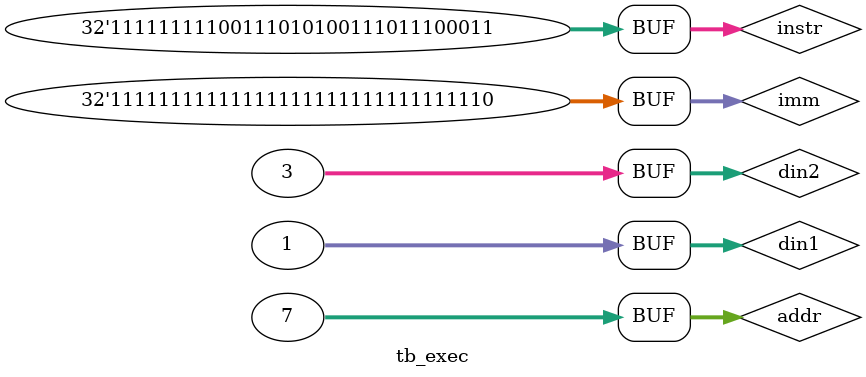
<source format=v>
`timescale 1ns / 1ps


module tb_exec;      

// exec Parameters   
parameter PERIOD  = 10;


// exec Inputs
reg   [31:0]  instr                        = 0 ;
reg   [31:0]  addr                         = 0 ;
reg   [31:0]  imm                          = 0 ;
reg   [31:0]  din1                         = 0 ;
reg   [31:0]  din2                         = 0 ;

// exec Outputs
wire  [31:0]  offset                       ;

/*
initial
begin
    forever #(PERIOD/2)  clk=~clk;
end

initial
begin
    #(PERIOD*2) rst_n  =  1;
end
*/
exec  u_exec (
    .instr                   ( instr   [31:0] ),
    .addr                    ( addr    [31:0] ),
    .imm                     ( imm     [31:0] ),
    .din2                    ( din2    [31:0] ),
    .din1                    ( din1    [31:0] ),
    .offset                  ( offset  [31:0] )
);

initial
begin
    instr=32'b11111111100111010100111011100011;
    addr=32'd7;
    imm=-2;
    din1 = 1;
    din2 = 3; 
end

endmodule

</source>
